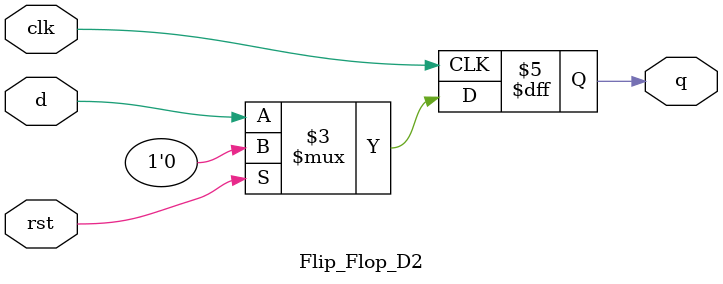
<source format=v>
`timescale 1ns / 1ps
module Flip_Flop_D2(

    input clk,
    input d,
    input rst,
    output reg q
    );

	 always @(posedge clk)
	 if (rst) 
	 q <= 0;
	 else
	 q <= d;
    

endmodule

</source>
